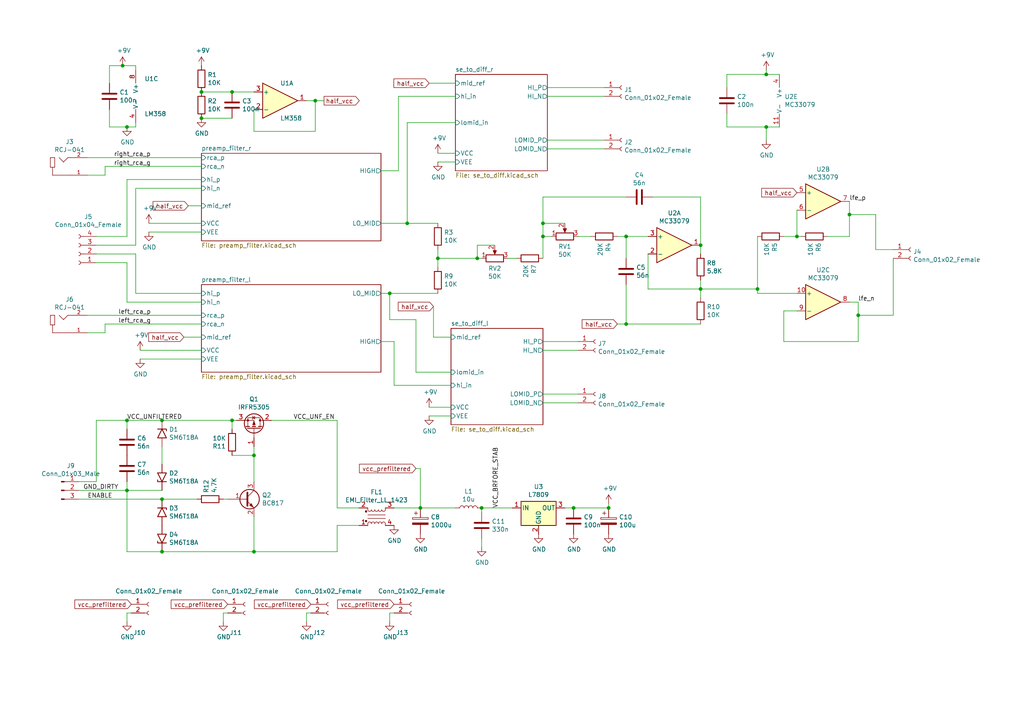
<source format=kicad_sch>
(kicad_sch (version 20211123) (generator eeschema)
  (paper "A4")
  (lib_symbols
    (symbol "Amplifier_Operational:LM358" (pin_names (offset 0.127))
      (property "Reference" "U" (at 0 5.08 0))
      (property "Value" "LM358" (at 0 -5.08 0))
      (symbol "LM358_1_1"
        (polyline (pts (xy -5.08 5.08) (xy 5.08 0) (xy -5.08 -5.08) (xy -5.08 5.08)) (stroke (width 0.254)) (fill (type background)))
        (pin output line (at 7.62 0 180) (length 2.54) (name "~") (number "1"))
        (pin input line (at -7.62 -2.54 0) (length 2.54) (name "-") (number "2"))
        (pin input line (at -7.62 2.54 0) (length 2.54) (name "+") (number "3"))
      )
      (symbol "LM358_2_1"
        (polyline (pts (xy -5.08 5.08) (xy 5.08 0) (xy -5.08 -5.08) (xy -5.08 5.08)) (stroke (width 0.254)) (fill (type background)))
        (pin input line (at -7.62 2.54 0) (length 2.54) (name "+") (number "5"))
        (pin input line (at -7.62 -2.54 0) (length 2.54) (name "-") (number "6"))
        (pin output line (at 7.62 0 180) (length 2.54) (name "~") (number "7"))
      )
      (symbol "LM358_3_1"
        (pin power_in line (at -2.54 -7.62 90) (length 3.81) (name "V-") (number "4"))
        (pin power_in line (at -2.54 7.62 270) (length 3.81) (name "V+") (number "8"))
      )
    )
    (symbol "Amplifier_Operational:MC33079" (pin_names (offset 0.127))
      (property "Reference" "U" (at 0 5.08 0))
      (property "Value" "Amplifier_Operational_MC33079" (at 0 -5.08 0))
      (symbol "MC33079_1_1"
        (polyline (pts (xy -5.08 5.08) (xy 5.08 0) (xy -5.08 -5.08) (xy -5.08 5.08)) (stroke (width 0.254)) (fill (type background)))
        (pin output line (at 7.62 0 180) (length 2.54) (name "~") (number "1"))
        (pin input line (at -7.62 -2.54 0) (length 2.54) (name "-") (number "2"))
        (pin input line (at -7.62 2.54 0) (length 2.54) (name "+") (number "3"))
      )
      (symbol "MC33079_2_1"
        (polyline (pts (xy -5.08 5.08) (xy 5.08 0) (xy -5.08 -5.08) (xy -5.08 5.08)) (stroke (width 0.254)) (fill (type background)))
        (pin input line (at -7.62 2.54 0) (length 2.54) (name "+") (number "5"))
        (pin input line (at -7.62 -2.54 0) (length 2.54) (name "-") (number "6"))
        (pin output line (at 7.62 0 180) (length 2.54) (name "~") (number "7"))
      )
      (symbol "MC33079_3_1"
        (polyline (pts (xy -5.08 5.08) (xy 5.08 0) (xy -5.08 -5.08) (xy -5.08 5.08)) (stroke (width 0.254)) (fill (type background)))
        (pin input line (at -7.62 2.54 0) (length 2.54) (name "+") (number "10"))
        (pin output line (at 7.62 0 180) (length 2.54) (name "~") (number "8"))
        (pin input line (at -7.62 -2.54 0) (length 2.54) (name "-") (number "9"))
      )
      (symbol "MC33079_4_1"
        (polyline (pts (xy -5.08 5.08) (xy 5.08 0) (xy -5.08 -5.08) (xy -5.08 5.08)) (stroke (width 0.254)) (fill (type background)))
        (pin input line (at -7.62 2.54 0) (length 2.54) (name "+") (number "12"))
        (pin input line (at -7.62 -2.54 0) (length 2.54) (name "-") (number "13"))
        (pin output line (at 7.62 0 180) (length 2.54) (name "~") (number "14"))
      )
      (symbol "MC33079_5_1"
        (pin power_in line (at -2.54 -7.62 90) (length 3.81) (name "V-") (number "11"))
        (pin power_in line (at -2.54 7.62 270) (length 3.81) (name "V+") (number "4"))
      )
    )
    (symbol "Connector:Conn_01x02_Female" (pin_names (offset 1.016) hide)
      (property "Reference" "J" (at 0 2.54 0))
      (property "Value" "Connector_Conn_01x02_Female" (at 0 -5.08 0))
      (symbol "Conn_01x02_Female_1_1"
        (arc (start 0 -2.032) (mid -0.508 -2.54) (end 0 -3.048) (stroke (width 0.1524)))
        (polyline (pts (xy -1.27 -2.54) (xy -0.508 -2.54)) (stroke (width 0.1524)))
        (polyline (pts (xy -1.27 0) (xy -0.508 0)) (stroke (width 0.1524)))
        (arc (start 0 0.508) (mid -0.508 0) (end 0 -0.508) (stroke (width 0.1524)))
        (pin passive line (at -5.08 0 0) (length 3.81) (name "Pin_1") (number "1"))
        (pin passive line (at -5.08 -2.54 0) (length 3.81) (name "Pin_2") (number "2"))
      )
    )
    (symbol "Connector:Conn_01x03_Male" (pin_names (offset 1.016) hide)
      (property "Reference" "J" (at 0 5.08 0))
      (property "Value" "Connector_Conn_01x03_Male" (at 0 -5.08 0))
      (symbol "Conn_01x03_Male_1_1"
        (polyline (pts (xy 1.27 -2.54) (xy 0.8636 -2.54)) (stroke (width 0.1524)))
        (polyline (pts (xy 1.27 0) (xy 0.8636 0)) (stroke (width 0.1524)))
        (polyline (pts (xy 1.27 2.54) (xy 0.8636 2.54)) (stroke (width 0.1524)))
        (rectangle (start 0.8636 -2.413) (end 0 -2.667) (stroke (width 0.1524)) (fill (type outline)))
        (rectangle (start 0.8636 0.127) (end 0 -0.127) (stroke (width 0.1524)) (fill (type outline)))
        (rectangle (start 0.8636 2.667) (end 0 2.413) (stroke (width 0.1524)) (fill (type outline)))
        (pin passive line (at 5.08 2.54 180) (length 3.81) (name "Pin_1") (number "1"))
        (pin passive line (at 5.08 0 180) (length 3.81) (name "Pin_2") (number "2"))
        (pin passive line (at 5.08 -2.54 180) (length 3.81) (name "Pin_3") (number "3"))
      )
    )
    (symbol "Connector:Conn_01x04_Female" (pin_names (offset 1.016) hide)
      (property "Reference" "J" (at 0 5.08 0))
      (property "Value" "Connector_Conn_01x04_Female" (at 0 -7.62 0))
      (symbol "Conn_01x04_Female_1_1"
        (arc (start 0 -4.572) (mid -0.508 -5.08) (end 0 -5.588) (stroke (width 0.1524)))
        (arc (start 0 -2.032) (mid -0.508 -2.54) (end 0 -3.048) (stroke (width 0.1524)))
        (polyline (pts (xy -1.27 -5.08) (xy -0.508 -5.08)) (stroke (width 0.1524)))
        (polyline (pts (xy -1.27 -2.54) (xy -0.508 -2.54)) (stroke (width 0.1524)))
        (polyline (pts (xy -1.27 0) (xy -0.508 0)) (stroke (width 0.1524)))
        (polyline (pts (xy -1.27 2.54) (xy -0.508 2.54)) (stroke (width 0.1524)))
        (arc (start 0 0.508) (mid -0.508 0) (end 0 -0.508) (stroke (width 0.1524)))
        (arc (start 0 3.048) (mid -0.508 2.54) (end 0 2.032) (stroke (width 0.1524)))
        (pin passive line (at -5.08 2.54 0) (length 3.81) (name "Pin_1") (number "1"))
        (pin passive line (at -5.08 0 0) (length 3.81) (name "Pin_2") (number "2"))
        (pin passive line (at -5.08 -2.54 0) (length 3.81) (name "Pin_3") (number "3"))
        (pin passive line (at -5.08 -5.08 0) (length 3.81) (name "Pin_4") (number "4"))
      )
    )
    (symbol "Device:C" (pin_numbers hide) (pin_names (offset 0.254))
      (property "Reference" "C" (at 0.635 2.54 0))
      (property "Value" "Device_C" (at 0.635 -2.54 0))
      (symbol "C_0_1"
        (polyline (pts (xy -2.032 -0.762) (xy 2.032 -0.762)) (stroke (width 0.508)))
        (polyline (pts (xy -2.032 0.762) (xy 2.032 0.762)) (stroke (width 0.508)))
      )
      (symbol "C_1_1"
        (pin passive line (at 0 3.81 270) (length 2.794) (name "~") (number "1"))
        (pin passive line (at 0 -3.81 90) (length 2.794) (name "~") (number "2"))
      )
    )
    (symbol "Device:CP" (pin_numbers hide) (pin_names (offset 0.254))
      (property "Reference" "C" (at 0.635 2.54 0))
      (property "Value" "Device_CP" (at 0.635 -2.54 0))
      (symbol "CP_0_1"
        (rectangle (start -2.286 0.508) (end 2.286 1.016))
        (polyline (pts (xy -1.778 2.286) (xy -0.762 2.286)))
        (polyline (pts (xy -1.27 2.794) (xy -1.27 1.778)))
        (rectangle (start 2.286 -0.508) (end -2.286 -1.016) (fill (type outline)))
      )
      (symbol "CP_1_1"
        (pin passive line (at 0 3.81 270) (length 2.794) (name "~") (number "1"))
        (pin passive line (at 0 -3.81 90) (length 2.794) (name "~") (number "2"))
      )
    )
    (symbol "Device:EMI_Filter_LL_1423" (pin_names hide)
      (property "Reference" "FL" (at 0 4.445 0))
      (property "Value" "Device_EMI_Filter_LL_1423" (at 0 -4.445 0))
      (symbol "EMI_Filter_LL_1423_0_1"
        (circle (center -3.048 -1.27) (radius 0.254) (fill (type outline)))
        (circle (center -3.048 1.524) (radius 0.254) (fill (type outline)))
        (arc (start -2.54 2.032) (mid -2.032 1.524) (end -1.524 2.032))
        (arc (start -1.524 -2.032) (mid -2.032 -1.524) (end -2.54 -2.032))
        (arc (start -1.524 2.032) (mid -1.016 1.524) (end -0.508 2.032))
        (arc (start -0.508 -2.032) (mid -1.016 -1.524) (end -1.524 -2.032))
        (arc (start -0.508 2.032) (mid 0 1.524) (end 0.508 2.032))
        (polyline (pts (xy -2.54 -2.032) (xy -2.54 -2.54)))
        (polyline (pts (xy -2.54 0.508) (xy 2.54 0.508)))
        (polyline (pts (xy -2.54 2.032) (xy -2.54 2.54)))
        (polyline (pts (xy 2.54 -2.032) (xy 2.54 -2.54)))
        (polyline (pts (xy 2.54 -0.508) (xy -2.54 -0.508)))
        (polyline (pts (xy 2.54 2.54) (xy 2.54 2.032)))
        (arc (start 0.508 -2.032) (mid 0 -1.524) (end -0.508 -2.032))
        (arc (start 0.508 2.032) (mid 1.016 1.524) (end 1.524 2.032))
        (arc (start 1.524 -2.032) (mid 1.016 -1.524) (end 0.508 -2.032))
        (arc (start 1.524 2.032) (mid 2.032 1.524) (end 2.54 2.032))
        (arc (start 2.54 -2.032) (mid 2.032 -1.524) (end 1.524 -2.032))
      )
      (symbol "EMI_Filter_LL_1423_1_1"
        (pin passive line (at -5.08 -2.54 0) (length 2.54) (name "1") (number "1"))
        (pin passive line (at -5.08 2.54 0) (length 2.54) (name "2") (number "2"))
        (pin passive line (at 5.08 2.54 180) (length 2.54) (name "3") (number "3"))
        (pin passive line (at 5.08 -2.54 180) (length 2.54) (name "4") (number "4"))
      )
    )
    (symbol "Device:L" (pin_numbers hide) (pin_names (offset 1.016) hide)
      (property "Reference" "L" (at -1.27 0 90))
      (property "Value" "Device_L" (at 1.905 0 90))
      (symbol "L_0_1"
        (arc (start 0 -2.54) (mid 0.635 -1.905) (end 0 -1.27))
        (arc (start 0 -1.27) (mid 0.635 -0.635) (end 0 0))
        (arc (start 0 0) (mid 0.635 0.635) (end 0 1.27))
        (arc (start 0 1.27) (mid 0.635 1.905) (end 0 2.54))
      )
      (symbol "L_1_1"
        (pin passive line (at 0 3.81 270) (length 1.27) (name "1") (number "1"))
        (pin passive line (at 0 -3.81 90) (length 1.27) (name "2") (number "2"))
      )
    )
    (symbol "Device:R" (pin_numbers hide) (pin_names (offset 0))
      (property "Reference" "R" (at 2.032 0 90))
      (property "Value" "Device_R" (at 0 0 90))
      (symbol "R_0_1"
        (rectangle (start -1.016 -2.54) (end 1.016 2.54) (stroke (width 0.254)))
      )
      (symbol "R_1_1"
        (pin passive line (at 0 3.81 270) (length 1.27) (name "~") (number "1"))
        (pin passive line (at 0 -3.81 90) (length 1.27) (name "~") (number "2"))
      )
    )
    (symbol "Device:R_POT" (pin_names (offset 1.016) hide)
      (property "Reference" "RV" (at -4.445 0 90))
      (property "Value" "Device_R_POT" (at -2.54 0 90))
      (symbol "R_POT_0_1"
        (polyline (pts (xy 2.54 0) (xy 1.524 0)))
        (polyline (pts (xy 1.143 0) (xy 2.286 0.508) (xy 2.286 -0.508) (xy 1.143 0)) (fill (type outline)))
        (rectangle (start 1.016 2.54) (end -1.016 -2.54) (stroke (width 0.254)))
      )
      (symbol "R_POT_1_1"
        (pin passive line (at 0 3.81 270) (length 1.27) (name "1") (number "1"))
        (pin passive line (at 3.81 0 180) (length 1.27) (name "2") (number "2"))
        (pin passive line (at 0 -3.81 90) (length 1.27) (name "3") (number "3"))
      )
    )
    (symbol "Diode:SM6T18A" (pin_numbers hide) (pin_names (offset 1.016) hide)
      (property "Reference" "D" (at 0 2.54 0))
      (property "Value" "Diode_SM6T18A" (at 0 -2.54 0))
      (symbol "SM6T18A_0_1"
        (polyline (pts (xy -0.762 1.27) (xy -1.27 1.27) (xy -1.27 -1.27)) (stroke (width 0.254)))
        (polyline (pts (xy 1.27 1.27) (xy 1.27 -1.27) (xy -1.27 0) (xy 1.27 1.27)) (stroke (width 0.254)))
      )
      (symbol "SM6T18A_1_1"
        (pin passive line (at -3.81 0 0) (length 2.54) (name "A1") (number "1"))
        (pin passive line (at 3.81 0 180) (length 2.54) (name "A2") (number "2"))
      )
    )
    (symbol "RCJ-041:RCJ-041" (pin_names (offset 1.016) hide)
      (property "Reference" "J" (at -5.6388 4.0894 0))
      (property "Value" "RCJ-041_RCJ-041" (at -5.1054 -5.6388 0))
      (symbol "RCJ-041_0_0"
        (polyline (pts (xy -5.715 -0.254) (xy -5.08 -0.254)) (stroke (width 0.1524)))
        (polyline (pts (xy -5.715 2.54) (xy -5.715 -0.254)) (stroke (width 0.1524)))
        (polyline (pts (xy -5.08 -2.54) (xy -5.08 -0.254)) (stroke (width 0.1524)))
        (polyline (pts (xy -5.08 -0.254) (xy -4.445 -0.254)) (stroke (width 0.1524)))
        (polyline (pts (xy -4.445 -0.254) (xy -4.445 2.54)) (stroke (width 0.1524)))
        (polyline (pts (xy -4.445 2.54) (xy -5.715 2.54)) (stroke (width 0.1524)))
        (polyline (pts (xy -1.905 1.27) (xy -3.175 2.54)) (stroke (width 0.1524)))
        (polyline (pts (xy -0.635 2.54) (xy -1.905 1.27)) (stroke (width 0.1524)))
        (polyline (pts (xy 0 -2.54) (xy -5.08 -2.54)) (stroke (width 0.1524)))
        (polyline (pts (xy 0 2.54) (xy -0.635 2.54)) (stroke (width 0.1524)))
        (pin passive line (at 5.08 -2.54 180) (length 5.08) (name "~") (number "1"))
        (pin passive line (at 5.08 2.54 180) (length 5.08) (name "~") (number "2"))
      )
    )
    (symbol "Regulator_Linear:L7809" (pin_names (offset 0.254))
      (property "Reference" "U" (at -3.81 3.175 0))
      (property "Value" "Regulator_Linear_L7809" (at 0 3.175 0))
      (symbol "L7809_0_1"
        (rectangle (start -5.08 1.905) (end 5.08 -5.08) (stroke (width 0.254)) (fill (type background)))
      )
      (symbol "L7809_1_1"
        (pin power_in line (at -7.62 0 0) (length 2.54) (name "IN") (number "1"))
        (pin power_in line (at 0 -7.62 90) (length 2.54) (name "GND") (number "2"))
        (pin power_out line (at 7.62 0 180) (length 2.54) (name "OUT") (number "3"))
      )
    )
    (symbol "Transistor_BJT:BC817" (pin_names (offset 0) hide)
      (property "Reference" "Q" (at 5.08 1.905 0))
      (property "Value" "Transistor_BJT_BC817" (at 5.08 0 0))
      (symbol "BC817_0_1"
        (polyline (pts (xy 0.635 0.635) (xy 2.54 2.54)))
        (polyline (pts (xy 0.635 -0.635) (xy 2.54 -2.54) (xy 2.54 -2.54)))
        (polyline (pts (xy 0.635 1.905) (xy 0.635 -1.905) (xy 0.635 -1.905)) (stroke (width 0.508)))
        (polyline (pts (xy 1.27 -1.778) (xy 1.778 -1.27) (xy 2.286 -2.286) (xy 1.27 -1.778) (xy 1.27 -1.778)) (fill (type outline)))
        (circle (center 1.27 0) (radius 2.8194) (stroke (width 0.254)))
      )
      (symbol "BC817_1_1"
        (pin input line (at -5.08 0 0) (length 5.715) (name "B") (number "1"))
        (pin passive line (at 2.54 -5.08 90) (length 2.54) (name "E") (number "2"))
        (pin passive line (at 2.54 5.08 270) (length 2.54) (name "C") (number "3"))
      )
    )
    (symbol "custom_mosfets:IRFR5305" (pin_names hide)
      (property "Reference" "Q" (at 5.08 1.905 0))
      (property "Value" "custom_mosfets_IRFR5305" (at 5.08 0 0))
      (symbol "IRFR5305_0_1"
        (polyline (pts (xy 0.254 0) (xy -2.54 0)))
        (polyline (pts (xy 0.254 1.905) (xy 0.254 -1.905)) (stroke (width 0.254)))
        (polyline (pts (xy 0.762 -1.27) (xy 0.762 -2.286)) (stroke (width 0.254)))
        (polyline (pts (xy 0.762 0.508) (xy 0.762 -0.508)) (stroke (width 0.254)))
        (polyline (pts (xy 0.762 2.286) (xy 0.762 1.27)) (stroke (width 0.254)))
        (polyline (pts (xy 2.54 2.54) (xy 2.54 1.778)))
        (polyline (pts (xy 2.54 -2.54) (xy 2.54 0) (xy 0.762 0)))
        (polyline (pts (xy 0.762 1.778) (xy 3.302 1.778) (xy 3.302 -1.778) (xy 0.762 -1.778)))
        (polyline (pts (xy 2.286 0) (xy 1.27 0.381) (xy 1.27 -0.381) (xy 2.286 0)) (fill (type outline)))
        (polyline (pts (xy 2.794 -0.508) (xy 2.921 -0.381) (xy 3.683 -0.381) (xy 3.81 -0.254)))
        (polyline (pts (xy 3.302 -0.381) (xy 2.921 0.254) (xy 3.683 0.254) (xy 3.302 -0.381)))
        (circle (center 1.651 0) (radius 2.794) (stroke (width 0.254)))
        (circle (center 2.54 -1.778) (radius 0.254) (fill (type outline)))
        (circle (center 2.54 1.778) (radius 0.254) (fill (type outline)))
      )
      (symbol "IRFR5305_1_1"
        (pin input line (at -5.08 0 0) (length 2.54) (name "G") (number "1"))
        (pin passive line (at 2.54 5.08 270) (length 2.54) (name "D") (number "2"))
        (pin passive line (at 2.54 -5.08 90) (length 2.54) (name "S") (number "3"))
      )
    )
    (symbol "power:+9V" (power) (pin_names (offset 0))
      (property "Value" "power_+9V" (at 0 3.556 0))
      (symbol "+9V_0_1"
        (polyline (pts (xy -0.762 1.27) (xy 0 2.54)))
        (polyline (pts (xy 0 0) (xy 0 2.54)))
        (polyline (pts (xy 0 2.54) (xy 0.762 1.27)))
      )
      (symbol "+9V_1_1"
        (pin power_in line (at 0 0 90) (length 0) hide (name "+9V") (number "1"))
      )
    )
    (symbol "power:GND" (power) (pin_names (offset 0))
      (property "Value" "power_GND" (at 0 -3.81 0))
      (symbol "GND_0_1"
        (polyline (pts (xy 0 0) (xy 0 -1.27) (xy 1.27 -1.27) (xy 0 -2.54) (xy -1.27 -1.27) (xy 0 -1.27)))
      )
      (symbol "GND_1_1"
        (pin power_in line (at 0 0 270) (length 0) hide (name "GND") (number "1"))
      )
    )
  )
  (junction (at 58.42 34.29))
  (junction (at 157.48 64.77))
  (junction (at 58.42 26.67))
  (junction (at 46.99 121.92))
  (junction (at 127 74.93))
  (junction (at 113.03 85.09))
  (junction (at 118.11 64.77))
  (junction (at 248.92 91.44))
  (junction (at 181.61 68.58))
  (junction (at 36.83 142.24))
  (junction (at 231.14 68.58))
  (junction (at 46.99 144.78))
  (junction (at 91.44 29.21))
  (junction (at 203.2 83.82))
  (junction (at 138.43 74.93))
  (junction (at 181.61 93.98))
  (junction (at 139.7 147.32))
  (junction (at 246.38 62.23))
  (junction (at 36.83 121.92))
  (junction (at 203.2 71.12))
  (junction (at 73.66 132.08))
  (junction (at 176.53 147.32))
  (junction (at 222.25 21.59))
  (junction (at 121.92 147.32))
  (junction (at 36.83 36.83))
  (junction (at 166.37 147.32))
  (junction (at 67.31 26.67))
  (junction (at 35.56 19.05))
  (junction (at 157.48 68.58))
  (junction (at 219.71 83.82))
  (junction (at 73.66 160.02))
  (junction (at 67.31 121.92))
  (junction (at 222.25 36.83))
  (junction (at 46.99 160.02))
  (wire (pts (xy 22.86 139.7) (xy 27.94 139.7)))
  (wire (pts (xy 240.03 68.58) (xy 246.38 68.58)))
  (wire (pts (xy 181.61 82.55) (xy 181.61 93.98)))
  (wire (pts (xy 67.31 132.08) (xy 73.66 132.08)))
  (wire (pts (xy 113.03 92.71) (xy 113.03 85.09)))
  (wire (pts (xy 91.44 38.1) (xy 91.44 29.21)))
  (wire (pts (xy 31.75 31.75) (xy 31.75 36.83)))
  (wire (pts (xy 113.03 180.34) (xy 113.03 177.8)))
  (wire (pts (xy 124.46 24.13) (xy 132.08 24.13)))
  (wire (pts (xy 132.08 35.56) (xy 118.11 35.56)))
  (wire (pts (xy 181.61 93.98) (xy 203.2 93.98)))
  (wire (pts (xy 110.49 85.09) (xy 113.03 85.09)))
  (wire (pts (xy 130.81 107.95) (xy 120.65 107.95)))
  (wire (pts (xy 43.18 67.31) (xy 58.42 67.31)))
  (wire (pts (xy 158.75 25.4) (xy 175.26 25.4)))
  (wire (pts (xy 158.75 43.18) (xy 175.26 43.18)))
  (wire (pts (xy 73.66 149.86) (xy 73.66 160.02)))
  (wire (pts (xy 259.08 72.39) (xy 254 72.39)))
  (wire (pts (xy 181.61 93.98) (xy 179.07 93.98)))
  (wire (pts (xy 246.38 62.23) (xy 246.38 58.42)))
  (wire (pts (xy 120.65 92.71) (xy 113.03 92.71)))
  (wire (pts (xy 46.99 142.24) (xy 36.83 142.24)))
  (wire (pts (xy 125.73 88.9) (xy 125.73 97.79)))
  (wire (pts (xy 227.33 99.06) (xy 248.92 99.06)))
  (wire (pts (xy 30.48 93.98) (xy 30.48 96.52)))
  (wire (pts (xy 187.96 68.58) (xy 181.61 68.58)))
  (wire (pts (xy 88.9 177.8) (xy 90.17 177.8)))
  (wire (pts (xy 147.32 74.93) (xy 149.86 74.93)))
  (wire (pts (xy 181.61 68.58) (xy 181.61 74.93)))
  (wire (pts (xy 248.92 91.44) (xy 248.92 87.63)))
  (wire (pts (xy 31.75 19.05) (xy 35.56 19.05)))
  (wire (pts (xy 167.64 99.06) (xy 157.48 99.06)))
  (wire (pts (xy 25.4 91.44) (xy 58.42 91.44)))
  (wire (pts (xy 36.83 177.8) (xy 38.1 177.8)))
  (wire (pts (xy 231.14 68.58) (xy 232.41 68.58)))
  (wire (pts (xy 167.64 68.58) (xy 171.45 68.58)))
  (wire (pts (xy 36.83 68.58) (xy 36.83 52.07)))
  (wire (pts (xy 226.06 36.83) (xy 222.25 36.83)))
  (wire (pts (xy 157.48 57.15) (xy 157.48 64.77)))
  (wire (pts (xy 121.92 147.32) (xy 132.08 147.32)))
  (wire (pts (xy 163.83 64.77) (xy 157.48 64.77)))
  (wire (pts (xy 73.66 31.75) (xy 73.66 38.1)))
  (wire (pts (xy 157.48 64.77) (xy 157.48 68.58)))
  (wire (pts (xy 139.7 148.59) (xy 139.7 147.32)))
  (wire (pts (xy 203.2 73.66) (xy 203.2 71.12)))
  (wire (pts (xy 97.79 121.92) (xy 97.79 147.32)))
  (wire (pts (xy 36.83 142.24) (xy 36.83 160.02)))
  (wire (pts (xy 124.46 118.11) (xy 130.81 118.11)))
  (wire (pts (xy 231.14 68.58) (xy 227.33 68.58)))
  (wire (pts (xy 73.66 132.08) (xy 73.66 129.54)))
  (wire (pts (xy 219.71 68.58) (xy 219.71 83.82)))
  (wire (pts (xy 121.92 135.89) (xy 121.92 147.32)))
  (wire (pts (xy 167.64 101.6) (xy 157.48 101.6)))
  (wire (pts (xy 104.14 147.32) (xy 97.79 147.32)))
  (wire (pts (xy 115.57 27.94) (xy 132.08 27.94)))
  (wire (pts (xy 22.86 142.24) (xy 36.83 142.24)))
  (wire (pts (xy 246.38 68.58) (xy 246.38 62.23)))
  (wire (pts (xy 222.25 36.83) (xy 222.25 40.64)))
  (wire (pts (xy 46.99 129.54) (xy 46.99 134.62)))
  (wire (pts (xy 120.65 135.89) (xy 121.92 135.89)))
  (wire (pts (xy 58.42 93.98) (xy 30.48 93.98)))
  (wire (pts (xy 22.86 144.78) (xy 46.99 144.78)))
  (wire (pts (xy 39.37 54.61) (xy 58.42 54.61)))
  (wire (pts (xy 25.4 96.52) (xy 30.48 96.52)))
  (wire (pts (xy 36.83 124.46) (xy 36.83 121.92)))
  (wire (pts (xy 36.83 87.63) (xy 58.42 87.63)))
  (wire (pts (xy 46.99 144.78) (xy 57.15 144.78)))
  (wire (pts (xy 138.43 74.93) (xy 127 74.93)))
  (wire (pts (xy 25.4 50.8) (xy 30.48 50.8)))
  (wire (pts (xy 97.79 160.02) (xy 97.79 152.4)))
  (wire (pts (xy 68.58 121.92) (xy 67.31 121.92)))
  (wire (pts (xy 78.74 121.92) (xy 97.79 121.92)))
  (wire (pts (xy 187.96 83.82) (xy 203.2 83.82)))
  (wire (pts (xy 127 77.47) (xy 127 74.93)))
  (wire (pts (xy 114.3 99.06) (xy 114.3 111.76)))
  (wire (pts (xy 27.94 76.2) (xy 36.83 76.2)))
  (wire (pts (xy 127 74.93) (xy 127 72.39)))
  (wire (pts (xy 53.34 97.79) (xy 58.42 97.79)))
  (wire (pts (xy 67.31 121.92) (xy 46.99 121.92)))
  (wire (pts (xy 73.66 38.1) (xy 91.44 38.1)))
  (wire (pts (xy 73.66 132.08) (xy 73.66 139.7)))
  (wire (pts (xy 157.48 68.58) (xy 160.02 68.58)))
  (wire (pts (xy 203.2 83.82) (xy 203.2 81.28)))
  (wire (pts (xy 120.65 107.95) (xy 120.65 92.71)))
  (wire (pts (xy 64.77 144.78) (xy 66.04 144.78)))
  (wire (pts (xy 54.61 59.69) (xy 58.42 59.69)))
  (wire (pts (xy 91.44 29.21) (xy 88.9 29.21)))
  (wire (pts (xy 219.71 85.09) (xy 231.14 85.09)))
  (wire (pts (xy 110.49 99.06) (xy 114.3 99.06)))
  (wire (pts (xy 203.2 71.12) (xy 203.2 57.15)))
  (wire (pts (xy 115.57 49.53) (xy 115.57 27.94)))
  (wire (pts (xy 166.37 147.32) (xy 176.53 147.32)))
  (wire (pts (xy 27.94 121.92) (xy 36.83 121.92)))
  (wire (pts (xy 163.83 147.32) (xy 166.37 147.32)))
  (wire (pts (xy 39.37 19.05) (xy 39.37 20.32)))
  (wire (pts (xy 248.92 87.63) (xy 246.38 87.63)))
  (wire (pts (xy 125.73 97.79) (xy 130.81 97.79)))
  (wire (pts (xy 58.42 85.09) (xy 39.37 85.09)))
  (wire (pts (xy 175.26 40.64) (xy 158.75 40.64)))
  (wire (pts (xy 222.25 21.59) (xy 222.25 20.32)))
  (wire (pts (xy 203.2 57.15) (xy 189.23 57.15)))
  (wire (pts (xy 67.31 121.92) (xy 67.31 124.46)))
  (wire (pts (xy 139.7 74.93) (xy 138.43 74.93)))
  (wire (pts (xy 181.61 68.58) (xy 179.07 68.58)))
  (wire (pts (xy 127 46.99) (xy 132.08 46.99)))
  (wire (pts (xy 210.82 21.59) (xy 222.25 21.59)))
  (wire (pts (xy 40.64 101.6) (xy 58.42 101.6)))
  (wire (pts (xy 39.37 85.09) (xy 39.37 73.66)))
  (wire (pts (xy 39.37 71.12) (xy 27.94 71.12)))
  (wire (pts (xy 67.31 34.29) (xy 58.42 34.29)))
  (wire (pts (xy 181.61 57.15) (xy 157.48 57.15)))
  (wire (pts (xy 138.43 71.12) (xy 138.43 74.93)))
  (wire (pts (xy 248.92 99.06) (xy 248.92 91.44)))
  (wire (pts (xy 30.48 48.26) (xy 30.48 50.8)))
  (wire (pts (xy 97.79 152.4) (xy 104.14 152.4)))
  (wire (pts (xy 114.3 111.76) (xy 130.81 111.76)))
  (wire (pts (xy 36.83 139.7) (xy 36.83 142.24)))
  (wire (pts (xy 203.2 86.36) (xy 203.2 83.82)))
  (wire (pts (xy 176.53 146.05) (xy 176.53 147.32)))
  (wire (pts (xy 227.33 90.17) (xy 227.33 99.06)))
  (wire (pts (xy 175.26 27.94) (xy 158.75 27.94)))
  (wire (pts (xy 226.06 21.59) (xy 222.25 21.59)))
  (wire (pts (xy 43.18 64.77) (xy 58.42 64.77)))
  (wire (pts (xy 254 72.39) (xy 254 62.23)))
  (wire (pts (xy 210.82 25.4) (xy 210.82 21.59)))
  (wire (pts (xy 88.9 180.34) (xy 88.9 177.8)))
  (wire (pts (xy 27.94 121.92) (xy 27.94 139.7)))
  (wire (pts (xy 210.82 36.83) (xy 210.82 33.02)))
  (wire (pts (xy 36.83 76.2) (xy 36.83 87.63)))
  (wire (pts (xy 118.11 64.77) (xy 110.49 64.77)))
  (wire (pts (xy 35.56 19.05) (xy 39.37 19.05)))
  (wire (pts (xy 36.83 36.83) (xy 39.37 36.83)))
  (wire (pts (xy 139.7 156.21) (xy 139.7 158.75)))
  (wire (pts (xy 113.03 177.8) (xy 114.3 177.8)))
  (wire (pts (xy 127 64.77) (xy 118.11 64.77)))
  (wire (pts (xy 143.51 71.12) (xy 138.43 71.12)))
  (wire (pts (xy 64.77 180.34) (xy 64.77 177.8)))
  (wire (pts (xy 124.46 120.65) (xy 130.81 120.65)))
  (wire (pts (xy 118.11 35.56) (xy 118.11 64.77)))
  (wire (pts (xy 36.83 160.02) (xy 46.99 160.02)))
  (wire (pts (xy 127 44.45) (xy 132.08 44.45)))
  (wire (pts (xy 187.96 73.66) (xy 187.96 83.82)))
  (wire (pts (xy 31.75 36.83) (xy 36.83 36.83)))
  (wire (pts (xy 203.2 83.82) (xy 219.71 83.82)))
  (wire (pts (xy 110.49 49.53) (xy 115.57 49.53)))
  (wire (pts (xy 148.59 147.32) (xy 139.7 147.32)))
  (wire (pts (xy 231.14 60.96) (xy 231.14 68.58)))
  (wire (pts (xy 73.66 160.02) (xy 97.79 160.02)))
  (wire (pts (xy 58.42 48.26) (xy 30.48 48.26)))
  (wire (pts (xy 39.37 73.66) (xy 27.94 73.66)))
  (wire (pts (xy 46.99 160.02) (xy 73.66 160.02)))
  (wire (pts (xy 31.75 24.13) (xy 31.75 19.05)))
  (wire (pts (xy 259.08 91.44) (xy 248.92 91.44)))
  (wire (pts (xy 219.71 83.82) (xy 219.71 85.09)))
  (wire (pts (xy 227.33 90.17) (xy 231.14 90.17)))
  (wire (pts (xy 157.48 68.58) (xy 157.48 74.93)))
  (wire (pts (xy 40.64 104.14) (xy 58.42 104.14)))
  (wire (pts (xy 254 62.23) (xy 246.38 62.23)))
  (wire (pts (xy 27.94 68.58) (xy 36.83 68.58)))
  (wire (pts (xy 64.77 177.8) (xy 66.04 177.8)))
  (wire (pts (xy 121.92 147.32) (xy 114.3 147.32)))
  (wire (pts (xy 39.37 36.83) (xy 39.37 35.56)))
  (wire (pts (xy 36.83 121.92) (xy 46.99 121.92)))
  (wire (pts (xy 73.66 26.67) (xy 67.31 26.67)))
  (wire (pts (xy 157.48 116.84) (xy 167.64 116.84)))
  (wire (pts (xy 39.37 54.61) (xy 39.37 71.12)))
  (wire (pts (xy 67.31 26.67) (xy 58.42 26.67)))
  (wire (pts (xy 36.83 180.34) (xy 36.83 177.8)))
  (wire (pts (xy 259.08 74.93) (xy 259.08 91.44)))
  (wire (pts (xy 167.64 114.3) (xy 157.48 114.3)))
  (wire (pts (xy 25.4 45.72) (xy 58.42 45.72)))
  (wire (pts (xy 113.03 85.09) (xy 127 85.09)))
  (wire (pts (xy 93.98 29.21) (xy 91.44 29.21)))
  (wire (pts (xy 222.25 36.83) (xy 210.82 36.83)))
  (wire (pts (xy 36.83 52.07) (xy 58.42 52.07)))
  (label "lfe_p" (at 246.38 58.42 0))
  (label "VCC_UNFILTERED" (at 36.83 121.92 0))
  (label "GND_DIRTY" (at 24.13 142.24 0))
  (label "VCC_BRFORE_STAB" (at 144.78 147.32 90))
  (label "left_rca_p" (at 34.29 91.44 0))
  (label "ENABLE" (at 25.4 144.78 0))
  (label "VCC_UNF_EN" (at 85.09 121.92 0))
  (label "right_rca_g" (at 33.02 48.26 0))
  (label "right_rca_p" (at 33.02 45.72 0))
  (label "left_rca_g" (at 34.29 93.98 0))
  (label "lfe_n" (at 248.92 87.63 0))
  (global_label "vcc_prefiltered" (shape input) (at 120.65 135.89 180) (property "Intersheet References" "${INTERSHEET_REFS}" (effects hide)))
  (global_label "vcc_prefiltered" (shape input) (at 66.04 175.26 180) (property "Intersheet References" "${INTERSHEET_REFS}" (effects hide)))
  (global_label "half_vcc" (shape input) (at 124.46 24.13 180) (property "Intersheet References" "${INTERSHEET_REFS}" (effects hide)))
  (global_label "half_vcc" (shape input) (at 54.61 59.69 180) (property "Intersheet References" "${INTERSHEET_REFS}" (effects hide)))
  (global_label "half_vcc" (shape output) (at 93.98 29.21 0) (property "Intersheet References" "${INTERSHEET_REFS}" (effects hide)))
  (global_label "half_vcc" (shape input) (at 179.07 93.98 180) (property "Intersheet References" "${INTERSHEET_REFS}" (effects hide)))
  (global_label "half_vcc" (shape input) (at 53.34 97.79 180) (property "Intersheet References" "${INTERSHEET_REFS}" (effects hide)))
  (global_label "half_vcc" (shape input) (at 125.73 88.9 180) (property "Intersheet References" "${INTERSHEET_REFS}" (effects hide)))
  (global_label "half_vcc" (shape input) (at 231.14 55.88 180) (property "Intersheet References" "${INTERSHEET_REFS}" (effects hide)))
  (global_label "vcc_prefiltered" (shape input) (at 38.1 175.26 180) (property "Intersheet References" "${INTERSHEET_REFS}" (effects hide)))
  (global_label "vcc_prefiltered" (shape input) (at 114.3 175.26 180) (property "Intersheet References" "${INTERSHEET_REFS}" (effects hide)))
  (global_label "vcc_prefiltered" (shape input) (at 90.17 175.26 180) (property "Intersheet References" "${INTERSHEET_REFS}" (effects hide)))
  (symbol (lib_id "RCJ-041:RCJ-041") (at 20.32 93.98 0) (unit 1)
    (property "Reference" "J6" (at 20.193 86.8426 0))
    (property "Value" "RCJ-041" (at 20.193 89.154 0))
    (property "Footprint" "footprints:CUI_RCJ-041" (effects hide))
    (property "PACKAGE" "None" (effects hide))
    (property "DESCRIPTION" "Metal Right-Angle, RCA Jack, Black Housing and Insulation" (effects hide))
    (property "MF" "CUI Devices" (effects hide))
    (property "CUI_PURCHASE_URL" "https://www.cuidevices.com/product/interconnect/connectors/rca-connectors/rcj-04-series?utm_source=snapeda.com&utm_medium=referral&utm_campaign=snapedaBOM" (effects hide))
    (property "PRICE" "None" (effects hide))
    (property "MP" "RCJ-041" (effects hide))
    (property "AVAILABILITY" "Unavailable" (effects hide))
  )
  (symbol (lib_id "RCJ-041:RCJ-041") (at 20.32 48.26 0) (unit 1)
    (property "Reference" "J3" (at 20.193 41.1226 0))
    (property "Value" "RCJ-041" (at 20.193 43.434 0))
    (property "Footprint" "footprints:CUI_RCJ-041" (effects hide))
    (property "PACKAGE" "None" (effects hide))
    (property "DESCRIPTION" "Metal Right-Angle, RCA Jack, Black Housing and Insulation" (effects hide))
    (property "MF" "CUI Devices" (effects hide))
    (property "CUI_PURCHASE_URL" "https://www.cuidevices.com/product/interconnect/connectors/rca-connectors/rcj-04-series?utm_source=snapeda.com&utm_medium=referral&utm_campaign=snapedaBOM" (effects hide))
    (property "PRICE" "None" (effects hide))
    (property "MP" "RCJ-041" (effects hide))
    (property "AVAILABILITY" "Unavailable" (effects hide))
  )
  (symbol (lib_id "Amplifier_Operational:MC33079") (at 195.58 71.12 0) (unit 1)
    (property "Reference" "U2" (at 195.58 61.7982 0))
    (property "Value" "MC33079" (at 195.58 64.1096 0))
    (property "Footprint" "Package_SO:SOIC-14_3.9x8.7mm_P1.27mm" (effects hide))
    (property "Datasheet" "https://www.onsemi.com/pub/Collateral/MC33078-D.PDF" (effects hide))
  )
  (symbol (lib_id "Device:R_POT") (at 143.51 74.93 90) (unit 1)
    (property "Reference" "RV2" (at 143.51 77.851 90))
    (property "Value" "50K" (at 143.51 80.1624 90))
    (property "Footprint" "Potentiometer_THT:Potentiometer_Runtron_RM-063_Horizontal" (effects hide))
  )
  (symbol (lib_id "Device:R") (at 153.67 74.93 270) (unit 1)
    (property "Reference" "R7" (at 154.8384 76.708 0) (effects (justify left)))
    (property "Value" "20K" (at 152.527 76.708 0) (effects (justify left)))
    (property "Footprint" "Resistor_SMD:R_0805_2012Metric_Pad1.20x1.40mm_HandSolder" (effects hide))
  )
  (symbol (lib_id "Device:R") (at 175.26 68.58 270) (unit 1)
    (property "Reference" "R4" (at 176.4284 70.358 0) (effects (justify left)))
    (property "Value" "20K" (at 174.117 70.358 0) (effects (justify left)))
    (property "Footprint" "Resistor_SMD:R_0805_2012Metric_Pad1.20x1.40mm_HandSolder" (effects hide))
  )
  (symbol (lib_id "Device:R_POT") (at 163.83 68.58 90) (unit 1)
    (property "Reference" "RV1" (at 163.83 71.501 90))
    (property "Value" "50K" (at 163.83 73.8124 90))
    (property "Footprint" "Potentiometer_THT:Potentiometer_Runtron_RM-063_Horizontal" (effects hide))
  )
  (symbol (lib_id "Device:C") (at 185.42 57.15 270) (unit 1)
    (property "Reference" "C4" (at 185.42 50.7492 90))
    (property "Value" "56n" (at 185.42 53.0606 90))
    (property "Footprint" "Capacitor_THT:C_Rect_L7.0mm_W4.5mm_P5.00mm" (effects hide))
  )
  (symbol (lib_id "Device:C") (at 181.61 78.74 0) (unit 1)
    (property "Reference" "C5" (at 184.531 77.5716 0) (effects (justify left)))
    (property "Value" "56n" (at 184.531 79.883 0) (effects (justify left)))
    (property "Footprint" "Capacitor_THT:C_Rect_L7.0mm_W4.5mm_P5.00mm" (effects hide))
  )
  (symbol (lib_id "Device:R") (at 203.2 77.47 0) (unit 1)
    (property "Reference" "R8" (at 204.978 76.3016 0) (effects (justify left)))
    (property "Value" "5.8K" (at 204.978 78.613 0) (effects (justify left)))
    (property "Footprint" "Resistor_SMD:R_0805_2012Metric_Pad1.20x1.40mm_HandSolder" (effects hide))
  )
  (symbol (lib_id "Device:R") (at 203.2 90.17 0) (unit 1)
    (property "Reference" "R10" (at 204.978 89.0016 0) (effects (justify left)))
    (property "Value" "10K" (at 204.978 91.313 0) (effects (justify left)))
    (property "Footprint" "Resistor_SMD:R_0805_2012Metric_Pad1.20x1.40mm_HandSolder" (effects hide))
  )
  (symbol (lib_id "Transistor_BJT:BC817") (at 71.12 144.78 0) (unit 1)
    (property "Reference" "Q2" (at 75.9714 143.6116 0) (effects (justify left)))
    (property "Value" "BC817" (at 75.9714 145.923 0) (effects (justify left)))
    (property "Footprint" "Package_TO_SOT_SMD:SOT-23" (effects hide))
    (property "Datasheet" "https://www.onsemi.com/pub/Collateral/BC818-D.pdf" (effects hide))
  )
  (symbol (lib_id "power:+9V") (at 58.42 19.05 0) (unit 1)
    (property "Reference" "#PWR02" (effects hide))
    (property "Value" "+9V" (at 58.801 14.6558 0))
  )
  (symbol (lib_id "power:GND") (at 58.42 34.29 0) (unit 1)
    (property "Reference" "#PWR04" (effects hide))
    (property "Value" "GND" (at 58.547 38.6842 0))
  )
  (symbol (lib_id "Device:R") (at 58.42 22.86 0) (unit 1)
    (property "Reference" "R1" (at 60.198 21.6916 0) (effects (justify left)))
    (property "Value" "10K" (at 60.198 24.003 0) (effects (justify left)))
    (property "Footprint" "Resistor_SMD:R_0805_2012Metric_Pad1.20x1.40mm_HandSolder" (effects hide))
  )
  (symbol (lib_id "Device:R") (at 58.42 30.48 0) (unit 1)
    (property "Reference" "R2" (at 60.198 29.3116 0) (effects (justify left)))
    (property "Value" "10K" (at 60.198 31.623 0) (effects (justify left)))
    (property "Footprint" "Resistor_SMD:R_0805_2012Metric_Pad1.20x1.40mm_HandSolder" (effects hide))
  )
  (symbol (lib_id "Amplifier_Operational:LM358") (at 81.28 29.21 0) (unit 1)
    (property "Reference" "U1" (at 81.28 24.13 0) (effects (justify left)))
    (property "Value" "LM358" (at 81.28 34.29 0) (effects (justify left)))
    (property "Footprint" "Package_SO:SOIC-8_3.9x4.9mm_P1.27mm" (effects hide))
    (property "Datasheet" "http://www.ti.com/lit/ds/symlink/lm2904-n.pdf" (effects hide))
  )
  (symbol (lib_id "Device:C") (at 67.31 30.48 0) (unit 1)
    (property "Reference" "C3" (at 70.231 29.3116 0) (effects (justify left)))
    (property "Value" "100n" (at 70.231 31.623 0) (effects (justify left)))
    (property "Footprint" "Capacitor_SMD:C_0805_2012Metric_Pad1.18x1.45mm_HandSolder" (effects hide))
  )
  (symbol (lib_id "Amplifier_Operational:LM358") (at 41.91 27.94 0) (unit 3)
    (property "Reference" "U1" (at 41.91 22.86 0) (effects (justify left)))
    (property "Value" "LM358" (at 41.91 33.02 0) (effects (justify left)))
    (property "Footprint" "Package_SO:SOIC-8_3.9x4.9mm_P1.27mm" (effects hide))
    (property "Datasheet" "http://www.ti.com/lit/ds/symlink/lm2904-n.pdf" (effects hide))
  )
  (symbol (lib_id "Device:C") (at 31.75 27.94 0) (unit 1)
    (property "Reference" "C1" (at 34.671 26.7716 0) (effects (justify left)))
    (property "Value" "100n" (at 34.671 29.083 0) (effects (justify left)))
    (property "Footprint" "Capacitor_SMD:C_0805_2012Metric_Pad1.18x1.45mm_HandSolder" (effects hide))
  )
  (symbol (lib_id "Device:R") (at 67.31 128.27 180) (unit 1)
    (property "Reference" "R11" (at 65.532 129.4384 0) (effects (justify left)))
    (property "Value" "10K" (at 65.532 127.127 0) (effects (justify left)))
    (property "Footprint" "Resistor_SMD:R_0805_2012Metric_Pad1.20x1.40mm_HandSolder" (effects hide))
  )
  (symbol (lib_id "power:GND") (at 36.83 36.83 0) (unit 1)
    (property "Reference" "#PWR05" (effects hide))
    (property "Value" "GND" (at 36.957 41.2242 0))
  )
  (symbol (lib_id "power:+9V") (at 35.56 19.05 0) (unit 1)
    (property "Reference" "#PWR01" (effects hide))
    (property "Value" "+9V" (at 35.941 14.6558 0))
  )
  (symbol (lib_id "Amplifier_Operational:MC33079") (at 238.76 58.42 0) (unit 2)
    (property "Reference" "U2" (at 238.76 49.0982 0))
    (property "Value" "MC33079" (at 238.76 51.4096 0))
    (property "Footprint" "Package_SO:SOIC-14_3.9x8.7mm_P1.27mm" (effects hide))
    (property "Datasheet" "https://www.onsemi.com/pub/Collateral/MC33078-D.PDF" (effects hide))
  )
  (symbol (lib_id "Amplifier_Operational:MC33079") (at 238.76 87.63 0) (unit 3)
    (property "Reference" "U2" (at 238.76 78.3082 0))
    (property "Value" "MC33079" (at 238.76 80.6196 0))
    (property "Footprint" "Package_SO:SOIC-14_3.9x8.7mm_P1.27mm" (effects hide))
    (property "Datasheet" "https://www.onsemi.com/pub/Collateral/MC33078-D.PDF" (effects hide))
  )
  (symbol (lib_id "Device:R") (at 223.52 68.58 270) (unit 1)
    (property "Reference" "R5" (at 224.6884 70.358 0) (effects (justify left)))
    (property "Value" "10K" (at 222.377 70.358 0) (effects (justify left)))
    (property "Footprint" "Resistor_SMD:R_0805_2012Metric_Pad1.20x1.40mm_HandSolder" (effects hide))
  )
  (symbol (lib_id "Device:R") (at 236.22 68.58 270) (unit 1)
    (property "Reference" "R6" (at 237.3884 70.358 0) (effects (justify left)))
    (property "Value" "10K" (at 235.077 70.358 0) (effects (justify left)))
    (property "Footprint" "Resistor_SMD:R_0805_2012Metric_Pad1.20x1.40mm_HandSolder" (effects hide))
  )
  (symbol (lib_id "Connector:Conn_01x04_Female") (at 22.86 73.66 180) (unit 1)
    (property "Reference" "J5" (at 25.6032 62.865 0))
    (property "Value" "Conn_01x04_Female" (at 25.6032 65.1764 0))
    (property "Footprint" "Connector_Phoenix_MC:PhoenixContact_MC_1,5_4-G-3.5_1x04_P3.50mm_Horizontal" (effects hide))
  )
  (symbol (lib_id "power:+9V") (at 43.18 64.77 0) (unit 1)
    (property "Reference" "#PWR09" (effects hide))
    (property "Value" "+9V" (at 43.561 60.3758 0))
  )
  (symbol (lib_id "Device:R") (at 127 68.58 0) (unit 1)
    (property "Reference" "R3" (at 128.778 67.4116 0) (effects (justify left)))
    (property "Value" "10K" (at 128.778 69.723 0) (effects (justify left)))
    (property "Footprint" "Resistor_SMD:R_0805_2012Metric_Pad1.20x1.40mm_HandSolder" (effects hide))
  )
  (symbol (lib_id "Device:R") (at 127 81.28 0) (unit 1)
    (property "Reference" "R9" (at 128.778 80.1116 0) (effects (justify left)))
    (property "Value" "10K" (at 128.778 82.423 0) (effects (justify left)))
    (property "Footprint" "Resistor_SMD:R_0805_2012Metric_Pad1.20x1.40mm_HandSolder" (effects hide))
  )
  (symbol (lib_id "Device:R") (at 60.96 144.78 90) (unit 1)
    (property "Reference" "R12" (at 59.7916 143.002 0) (effects (justify left)))
    (property "Value" "4.7K" (at 62.103 143.002 0) (effects (justify left)))
    (property "Footprint" "Resistor_SMD:R_0805_2012Metric_Pad1.20x1.40mm_HandSolder" (effects hide))
  )
  (symbol (lib_id "Connector:Conn_01x02_Female") (at 43.18 175.26 0) (unit 1)
    (property "Reference" "J10" (at 40.4368 183.515 0))
    (property "Value" "Conn_01x02_Female" (at 43.18 171.45 0))
    (property "Footprint" "Connector_Phoenix_MC:PhoenixContact_MC_1,5_2-G-3.5_1x02_P3.50mm_Horizontal" (effects hide))
  )
  (symbol (lib_id "power:GND") (at 43.18 67.31 0) (unit 1)
    (property "Reference" "#PWR010" (effects hide))
    (property "Value" "GND" (at 43.307 71.7042 0))
  )
  (symbol (lib_id "power:GND") (at 36.83 180.34 0) (unit 1)
    (property "Reference" "#PWR022" (effects hide))
    (property "Value" "GND" (at 36.957 184.7342 0))
  )
  (symbol (lib_id "power:+9V") (at 40.64 101.6 0) (unit 1)
    (property "Reference" "#PWR011" (effects hide))
    (property "Value" "+9V" (at 41.021 97.2058 0))
  )
  (symbol (lib_id "power:GND") (at 40.64 104.14 0) (unit 1)
    (property "Reference" "#PWR012" (effects hide))
    (property "Value" "GND" (at 40.767 108.5342 0))
  )
  (symbol (lib_id "Connector:Conn_01x03_Male") (at 17.78 142.24 0) (unit 1)
    (property "Reference" "J9" (at 20.5232 135.1026 0))
    (property "Value" "Conn_01x03_Male" (at 20.5232 137.414 0))
    (property "Footprint" "Connector_Phoenix_MC:PhoenixContact_MC_1,5_3-G-3.5_1x03_P3.50mm_Horizontal" (effects hide))
  )
  (symbol (lib_id "power:GND") (at 124.46 120.65 0) (unit 1)
    (property "Reference" "#PWR014" (effects hide))
    (property "Value" "GND" (at 124.587 125.0442 0))
  )
  (symbol (lib_id "power:+9V") (at 124.46 118.11 0) (unit 1)
    (property "Reference" "#PWR013" (effects hide))
    (property "Value" "+9V" (at 124.841 113.7158 0))
  )
  (symbol (lib_id "power:+9V") (at 127 44.45 0) (unit 1)
    (property "Reference" "#PWR07" (effects hide))
    (property "Value" "+9V" (at 127.381 40.0558 0))
  )
  (symbol (lib_id "power:GND") (at 127 46.99 0) (unit 1)
    (property "Reference" "#PWR08" (effects hide))
    (property "Value" "GND" (at 127.127 51.3842 0))
  )
  (symbol (lib_id "Connector:Conn_01x02_Female") (at 71.12 175.26 0) (unit 1)
    (property "Reference" "J11" (at 68.3768 183.515 0))
    (property "Value" "Conn_01x02_Female" (at 71.12 171.45 0))
    (property "Footprint" "Connector_Phoenix_MC:PhoenixContact_MC_1,5_2-G-3.5_1x02_P3.50mm_Horizontal" (effects hide))
  )
  (symbol (lib_id "power:GND") (at 64.77 180.34 0) (unit 1)
    (property "Reference" "#PWR023" (effects hide))
    (property "Value" "GND" (at 64.897 184.7342 0))
  )
  (symbol (lib_id "Device:C") (at 210.82 29.21 0) (unit 1)
    (property "Reference" "C2" (at 213.741 28.0416 0) (effects (justify left)))
    (property "Value" "100n" (at 213.741 30.353 0) (effects (justify left)))
    (property "Footprint" "Capacitor_SMD:C_0805_2012Metric_Pad1.18x1.45mm_HandSolder" (effects hide))
  )
  (symbol (lib_id "power:+9V") (at 222.25 20.32 0) (unit 1)
    (property "Reference" "#PWR03" (effects hide))
    (property "Value" "+9V" (at 222.631 15.9258 0))
  )
  (symbol (lib_id "power:GND") (at 222.25 40.64 0) (unit 1)
    (property "Reference" "#PWR06" (effects hide))
    (property "Value" "GND" (at 222.377 45.0342 0))
  )
  (symbol (lib_id "Amplifier_Operational:MC33079") (at 228.6 29.21 0) (unit 5)
    (property "Reference" "U2" (at 227.5332 28.0416 0) (effects (justify left)))
    (property "Value" "MC33079" (at 227.5332 30.353 0) (effects (justify left)))
    (property "Footprint" "Package_SO:SOIC-14_3.9x8.7mm_P1.27mm" (effects hide))
    (property "Datasheet" "https://www.onsemi.com/pub/Collateral/MC33078-D.PDF" (effects hide))
  )
  (symbol (lib_id "Connector:Conn_01x02_Female") (at 95.25 175.26 0) (unit 1)
    (property "Reference" "J12" (at 92.5068 183.515 0))
    (property "Value" "Conn_01x02_Female" (at 95.25 171.45 0))
    (property "Footprint" "Connector_Phoenix_MC:PhoenixContact_MC_1,5_2-G-3.5_1x02_P3.50mm_Horizontal" (effects hide))
  )
  (symbol (lib_id "power:GND") (at 88.9 180.34 0) (unit 1)
    (property "Reference" "#PWR024" (effects hide))
    (property "Value" "GND" (at 89.027 184.7342 0))
  )
  (symbol (lib_id "Connector:Conn_01x02_Female") (at 119.38 175.26 0) (unit 1)
    (property "Reference" "J13" (at 116.6368 183.515 0))
    (property "Value" "Conn_01x02_Female" (at 119.38 171.45 0))
    (property "Footprint" "Connector_Phoenix_MC:PhoenixContact_MC_1,5_2-G-3.5_1x02_P3.50mm_Horizontal" (effects hide))
  )
  (symbol (lib_id "power:GND") (at 113.03 180.34 0) (unit 1)
    (property "Reference" "#PWR025" (effects hide))
    (property "Value" "GND" (at 113.157 184.7342 0))
  )
  (symbol (lib_id "Diode:SM6T18A") (at 46.99 125.73 270) (unit 1)
    (property "Reference" "D1" (at 49.022 124.5616 90) (effects (justify left)))
    (property "Value" "SM6T18A" (at 49.022 126.873 90) (effects (justify left)))
    (property "Footprint" "Diode_SMD:D_SMB" (effects hide))
    (property "Datasheet" "https://www.st.com/resource/en/datasheet/sm6t.pdf" (effects hide))
  )
  (symbol (lib_id "custom_mosfets:IRFR5305") (at 73.66 124.46 270) (mirror x) (unit 1)
    (property "Reference" "Q1" (at 73.66 115.7732 90))
    (property "Value" "IRFR5305" (at 73.66 118.0846 90))
    (property "Footprint" "Package_TO_SOT_SMD:TO-252-2" (effects hide))
    (property "Datasheet" "https://www.infineon.com/dgdl/irfr5305pbf.pdf?fileId=5546d462533600a401535632522820ff" (effects hide))
  )
  (symbol (lib_id "Diode:SM6T18A") (at 46.99 138.43 90) (unit 1)
    (property "Reference" "D2" (at 49.022 137.2616 90) (effects (justify right)))
    (property "Value" "SM6T18A" (at 49.022 139.573 90) (effects (justify right)))
    (property "Footprint" "Diode_SMD:D_SMB" (effects hide))
    (property "Datasheet" "https://www.st.com/resource/en/datasheet/sm6t.pdf" (effects hide))
  )
  (symbol (lib_id "Device:C") (at 36.83 128.27 0) (unit 1)
    (property "Reference" "C6" (at 39.751 127.1016 0) (effects (justify left)))
    (property "Value" "56n" (at 39.751 129.413 0) (effects (justify left)))
    (property "Footprint" "Capacitor_THT:C_Rect_L7.0mm_W4.5mm_P5.00mm" (effects hide))
  )
  (symbol (lib_id "Device:C") (at 36.83 135.89 0) (unit 1)
    (property "Reference" "C7" (at 39.751 134.7216 0) (effects (justify left)))
    (property "Value" "56n" (at 39.751 137.033 0) (effects (justify left)))
    (property "Footprint" "Capacitor_THT:C_Rect_L7.0mm_W4.5mm_P5.00mm" (effects hide))
  )
  (symbol (lib_id "Device:L") (at 135.89 147.32 90) (unit 1)
    (property "Reference" "L1" (at 135.89 142.494 90))
    (property "Value" "10u" (at 135.89 144.8054 90))
    (property "Footprint" "Inductor_THT:L_Axial_L7.0mm_D3.3mm_P10.16mm_Horizontal_Fastron_MICC" (effects hide))
  )
  (symbol (lib_id "Device:CP") (at 121.92 151.13 0) (unit 1)
    (property "Reference" "C8" (at 124.9172 149.9616 0) (effects (justify left)))
    (property "Value" "1000u" (at 124.9172 152.273 0) (effects (justify left)))
    (property "Footprint" "Capacitor_THT:CP_Radial_D16.0mm_P7.50mm" (effects hide))
  )
  (symbol (lib_id "power:GND") (at 114.3 152.4 0) (unit 1)
    (property "Reference" "#PWR016" (effects hide))
    (property "Value" "GND" (at 114.427 156.7942 0))
  )
  (symbol (lib_id "power:GND") (at 121.92 154.94 0) (unit 1)
    (property "Reference" "#PWR017" (effects hide))
    (property "Value" "GND" (at 122.047 159.3342 0))
  )
  (symbol (lib_id "power:+9V") (at 176.53 146.05 0) (unit 1)
    (property "Reference" "#PWR015" (effects hide))
    (property "Value" "+9V" (at 176.911 141.6558 0))
  )
  (symbol (lib_id "Regulator_Linear:L7809") (at 156.21 147.32 0) (unit 1)
    (property "Reference" "U3" (at 156.21 141.1732 0))
    (property "Value" "L7809" (at 156.21 143.4846 0))
    (property "Footprint" "Package_TO_SOT_THT:TO-220-3_Horizontal_TabDown" (effects hide))
    (property "Datasheet" "http://www.st.com/content/ccc/resource/technical/document/datasheet/41/4f/b3/b0/12/d4/47/88/CD00000444.pdf/files/CD00000444.pdf/jcr:content/translations/en.CD00000444.pdf" (effects hide))
  )
  (symbol (lib_id "Diode:SM6T18A") (at 46.99 156.21 90) (unit 1)
    (property "Reference" "D4" (at 49.022 155.0416 90) (effects (justify right)))
    (property "Value" "SM6T18A" (at 49.022 157.353 90) (effects (justify right)))
    (property "Footprint" "Diode_SMD:D_SMB" (effects hide))
    (property "Datasheet" "https://www.st.com/resource/en/datasheet/sm6t.pdf" (effects hide))
  )
  (symbol (lib_id "Diode:SM6T18A") (at 46.99 148.59 270) (unit 1)
    (property "Reference" "D3" (at 49.022 147.4216 90) (effects (justify left)))
    (property "Value" "SM6T18A" (at 49.022 149.733 90) (effects (justify left)))
    (property "Footprint" "Diode_SMD:D_SMB" (effects hide))
    (property "Datasheet" "https://www.st.com/resource/en/datasheet/sm6t.pdf" (effects hide))
  )
  (symbol (lib_id "Device:CP") (at 176.53 151.13 0) (unit 1)
    (property "Reference" "C10" (at 179.5272 149.9616 0) (effects (justify left)))
    (property "Value" "100u" (at 179.5272 152.273 0) (effects (justify left)))
    (property "Footprint" "Capacitor_SMD:CP_Elec_6.3x5.7" (effects hide))
  )
  (symbol (lib_id "power:GND") (at 176.53 154.94 0) (unit 1)
    (property "Reference" "#PWR020" (effects hide))
    (property "Value" "GND" (at 176.657 159.3342 0))
  )
  (symbol (lib_id "power:GND") (at 166.37 154.94 0) (unit 1)
    (property "Reference" "#PWR019" (effects hide))
    (property "Value" "GND" (at 166.497 159.3342 0))
  )
  (symbol (lib_id "power:GND") (at 156.21 154.94 0) (unit 1)
    (property "Reference" "#PWR018" (effects hide))
    (property "Value" "GND" (at 156.337 159.3342 0))
  )
  (symbol (lib_id "Connector:Conn_01x02_Female") (at 180.34 25.4 0) (unit 1)
    (property "Reference" "J1" (at 181.0512 26.0096 0) (effects (justify left)))
    (property "Value" "Conn_01x02_Female" (at 181.0512 28.321 0) (effects (justify left)))
    (property "Footprint" "Connector_PinHeader_2.54mm:PinHeader_1x02_P2.54mm_Horizontal" (effects hide))
  )
  (symbol (lib_id "Connector:Conn_01x02_Female") (at 180.34 40.64 0) (unit 1)
    (property "Reference" "J2" (at 181.0512 41.2496 0) (effects (justify left)))
    (property "Value" "Conn_01x02_Female" (at 181.0512 43.561 0) (effects (justify left)))
    (property "Footprint" "Connector_PinHeader_2.54mm:PinHeader_1x02_P2.54mm_Horizontal" (effects hide))
  )
  (symbol (lib_id "Connector:Conn_01x02_Female") (at 264.16 72.39 0) (unit 1)
    (property "Reference" "J4" (at 264.8712 72.9996 0) (effects (justify left)))
    (property "Value" "Conn_01x02_Female" (at 264.8712 75.311 0) (effects (justify left)))
    (property "Footprint" "Connector_PinHeader_2.54mm:PinHeader_1x02_P2.54mm_Horizontal" (effects hide))
  )
  (symbol (lib_id "Connector:Conn_01x02_Female") (at 172.72 99.06 0) (unit 1)
    (property "Reference" "J7" (at 173.4312 99.6696 0) (effects (justify left)))
    (property "Value" "Conn_01x02_Female" (at 173.4312 101.981 0) (effects (justify left)))
    (property "Footprint" "Connector_PinHeader_2.54mm:PinHeader_1x02_P2.54mm_Horizontal" (effects hide))
  )
  (symbol (lib_id "Connector:Conn_01x02_Female") (at 172.72 114.3 0) (unit 1)
    (property "Reference" "J8" (at 173.4312 114.9096 0) (effects (justify left)))
    (property "Value" "Conn_01x02_Female" (at 173.4312 117.221 0) (effects (justify left)))
    (property "Footprint" "Connector_PinHeader_2.54mm:PinHeader_1x02_P2.54mm_Horizontal" (effects hide))
  )
  (symbol (lib_id "Device:C") (at 139.7 152.4 0) (unit 1)
    (property "Reference" "C11" (at 142.621 151.2316 0) (effects (justify left)))
    (property "Value" "330n" (at 142.621 153.543 0) (effects (justify left)))
    (property "Footprint" "Capacitor_SMD:C_0805_2012Metric_Pad1.18x1.45mm_HandSolder" (effects hide))
  )
  (symbol (lib_id "power:GND") (at 139.7 158.75 0) (unit 1)
    (property "Reference" "#PWR021" (effects hide))
    (property "Value" "GND" (at 139.827 163.1442 0))
  )
  (symbol (lib_id "Device:C") (at 166.37 151.13 0) (unit 1)
    (property "Reference" "C9" (at 169.291 149.9616 0) (effects (justify left)))
    (property "Value" "100n" (at 169.291 152.273 0) (effects (justify left)))
    (property "Footprint" "Capacitor_SMD:C_0805_2012Metric_Pad1.18x1.45mm_HandSolder" (effects hide))
  )
  (symbol (lib_id "Device:EMI_Filter_LL_1423") (at 109.22 149.86 0) (unit 1)
    (property "Reference" "FL1" (at 109.22 142.7226 0))
    (property "Value" "EMI_Filter_LL_1423" (at 109.22 145.034 0))
    (property "Footprint" "Inductor_THT:L_CommonMode_Toroid_Vertical_L24.0mm_W16.3mm_Px10.16mm_Py20.32mm_Murata_5200" (effects hide))
  )
  (sheet (at 58.42 44.45) (size 52.07 25.4)
    (property "Sheet name" "preamp_filter_r" (at 58.42 43.7384 0) (effects (justify left bottom)))
    (property "Sheet file" "preamp_filter.kicad_sch" (at 58.42 70.4346 0) (effects (justify left top)))
    (pin "rca_n" input (at 58.42 48.26 180))
    (pin "rca_p" input (at 58.42 45.72 180))
    (pin "hi_p" input (at 58.42 52.07 180))
    (pin "hi_n" input (at 58.42 54.61 180))
    (pin "mid_ref" input (at 58.42 59.69 180))
    (pin "HIGH" output (at 110.49 49.53 0))
    (pin "LO_MID" output (at 110.49 64.77 0))
    (pin "VCC" input (at 58.42 64.77 180))
    (pin "VEE" input (at 58.42 67.31 180))
  )
  (sheet (at 132.08 21.59) (size 26.67 27.94)
    (property "Sheet name" "se_to_diff_r" (at 132.08 20.8784 0) (effects (justify left bottom)))
    (property "Sheet file" "se_to_diff.kicad_sch" (at 132.08 50.1146 0) (effects (justify left top)))
    (pin "hi_in" input (at 132.08 27.94 180))
    (pin "mid_ref" input (at 132.08 24.13 180))
    (pin "HI_P" output (at 158.75 25.4 0))
    (pin "HI_N" output (at 158.75 27.94 0))
    (pin "VEE" input (at 132.08 46.99 180))
    (pin "VCC" input (at 132.08 44.45 180))
    (pin "LOMID_N" output (at 158.75 43.18 0))
    (pin "lomid_in" input (at 132.08 35.56 180))
    (pin "LOMID_P" output (at 158.75 40.64 0))
  )
  (sheet (at 130.81 95.25) (size 26.67 27.94)
    (property "Sheet name" "se_to_diff_l" (at 130.81 94.5384 0) (effects (justify left bottom)))
    (property "Sheet file" "se_to_diff.kicad_sch" (at 130.81 123.7746 0) (effects (justify left top)))
    (pin "mid_ref" input (at 130.81 97.79 180))
    (pin "HI_P" output (at 157.48 99.06 0))
    (pin "HI_N" output (at 157.48 101.6 0))
    (pin "VEE" input (at 130.81 120.65 180))
    (pin "VCC" input (at 130.81 118.11 180))
    (pin "hi_in" input (at 130.81 111.76 180))
    (pin "LOMID_N" output (at 157.48 116.84 0))
    (pin "lomid_in" input (at 130.81 107.95 180))
    (pin "LOMID_P" output (at 157.48 114.3 0))
  )
  (sheet (at 58.42 82.55) (size 52.07 25.4)
    (property "Sheet name" "preamp_filter_l" (at 58.42 81.8384 0) (effects (justify left bottom)))
    (property "Sheet file" "preamp_filter.kicad_sch" (at 58.42 108.5346 0) (effects (justify left top)))
    (pin "rca_n" input (at 58.42 93.98 180))
    (pin "rca_p" input (at 58.42 91.44 180))
    (pin "hi_p" input (at 58.42 85.09 180))
    (pin "hi_n" input (at 58.42 87.63 180))
    (pin "mid_ref" input (at 58.42 97.79 180))
    (pin "HIGH" output (at 110.49 99.06 0))
    (pin "LO_MID" output (at 110.49 85.09 0))
    (pin "VCC" input (at 58.42 101.6 180))
    (pin "VEE" input (at 58.42 104.14 180))
  )
)
</source>
